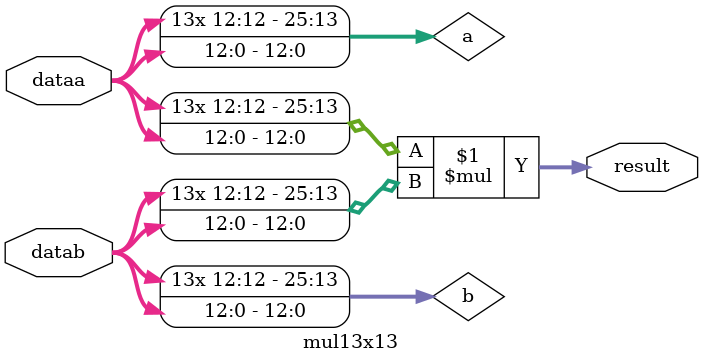
<source format=v>
module mul13x13 (dataa,
		 datab,
		 result);

   input [12:0]  dataa;
   input [12:0]  datab;
   output [25:0] result;

   wire [25:0] 	 a = {{13{dataa[12]}},dataa};
   wire [25:0] 	 b = {{13{datab[12]}},datab};
   
   assign 	 result = a*b;

endmodule

</source>
